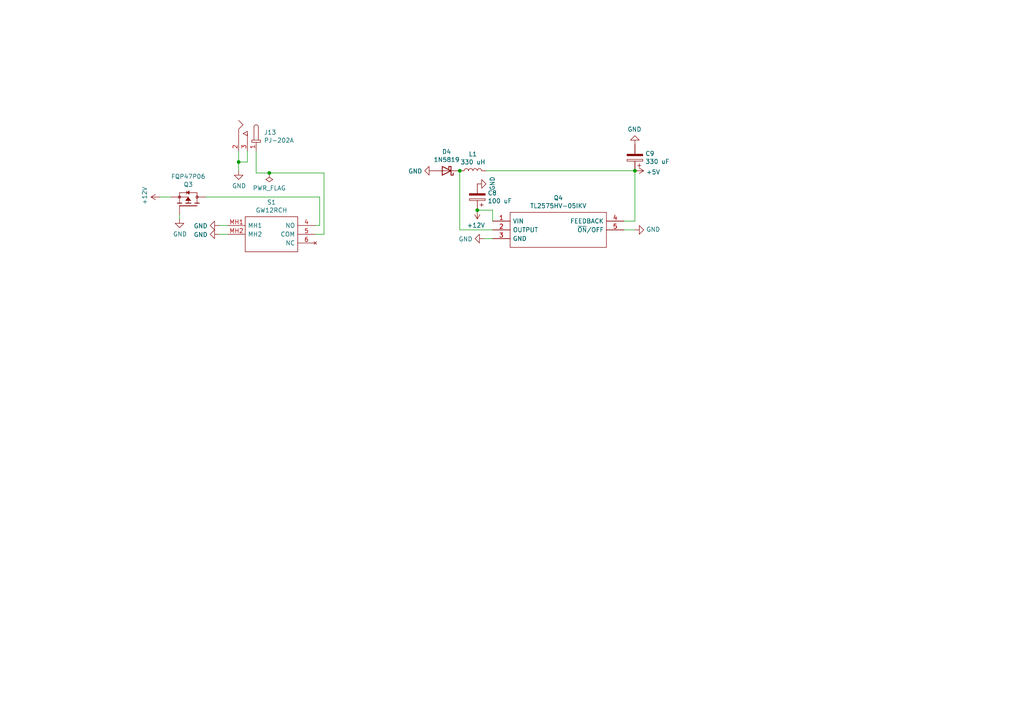
<source format=kicad_sch>
(kicad_sch (version 20211123) (generator eeschema)
  (paper "A4")
  (lib_symbols
    (symbol "Device:CP" (pin_numbers hide) (pin_names (offset 0.254))
      (property "Reference" "C" (at 0.635 2.54 0))
      (property "Value" "Device_CP" (at 0.635 -2.54 0))
      (symbol "CP_0_1"
        (rectangle (start -2.286 0.508) (end 2.286 1.016))
        (polyline (pts (xy -1.778 2.286) (xy -0.762 2.286)))
        (polyline (pts (xy -1.27 2.794) (xy -1.27 1.778)))
        (rectangle (start 2.286 -0.508) (end -2.286 -1.016) (fill (type outline)))
      )
      (symbol "CP_1_1"
        (pin passive line (at 0 3.81 270) (length 2.794) (name "~") (number "1"))
        (pin passive line (at 0 -3.81 90) (length 2.794) (name "~") (number "2"))
      )
    )
    (symbol "Device:L" (pin_numbers hide) (pin_names (offset 1.016) hide)
      (property "Reference" "L" (at -1.27 0 90))
      (property "Value" "L" (at 1.905 0 90))
      (symbol "L_0_1"
        (arc (start 0 -2.54) (mid 0.635 -1.905) (end 0 -1.27))
        (arc (start 0 -1.27) (mid 0.635 -0.635) (end 0 0))
        (arc (start 0 0) (mid 0.635 0.635) (end 0 1.27))
        (arc (start 0 1.27) (mid 0.635 1.905) (end 0 2.54))
      )
      (symbol "L_1_1"
        (pin passive line (at 0 3.81 270) (length 1.27) (name "1") (number "1"))
        (pin passive line (at 0 -3.81 90) (length 1.27) (name "2") (number "2"))
      )
    )
    (symbol "Diode:1N5819" (pin_numbers hide) (pin_names (offset 1.016) hide)
      (property "Reference" "D" (at 0 2.54 0))
      (property "Value" "1N5819" (at 0 -2.54 0))
      (symbol "1N5819_0_1"
        (polyline (pts (xy 1.27 0) (xy -1.27 0)))
        (polyline (pts (xy 1.27 1.27) (xy 1.27 -1.27) (xy -1.27 0) (xy 1.27 1.27)) (stroke (width 0.254)))
        (polyline (pts (xy -1.905 0.635) (xy -1.905 1.27) (xy -1.27 1.27) (xy -1.27 -1.27) (xy -0.635 -1.27) (xy -0.635 -0.635)) (stroke (width 0.254)))
      )
      (symbol "1N5819_1_1"
        (pin passive line (at -3.81 0 0) (length 2.54) (name "K") (number "1"))
        (pin passive line (at 3.81 0 180) (length 2.54) (name "A") (number "2"))
      )
    )
    (symbol "FQP47P06:FQP47P06" (pin_numbers hide) (pin_names (offset 1.016) hide)
      (property "Reference" "Q" (at -8.89 3.81 0))
      (property "Value" "FQP47P06" (at -8.89 -6.35 0))
      (symbol "FQP47P06_0_0"
        (polyline (pts (xy 0 -2.54) (xy 0 2.54)) (stroke (width 0.254)))
        (polyline (pts (xy 0.762 -3.175) (xy 0.762 -2.54)) (stroke (width 0.254)))
        (polyline (pts (xy 0.762 -2.54) (xy 0.762 -1.905)) (stroke (width 0.254)))
        (polyline (pts (xy 0.762 -2.54) (xy 3.81 -2.54)) (stroke (width 0.1524)))
        (polyline (pts (xy 0.762 -0.762) (xy 0.762 0)) (stroke (width 0.254)))
        (polyline (pts (xy 0.762 0) (xy 0.762 0.762)) (stroke (width 0.254)))
        (polyline (pts (xy 0.762 0) (xy 2.54 0)) (stroke (width 0.1524)))
        (polyline (pts (xy 0.762 1.905) (xy 0.762 2.54)) (stroke (width 0.254)))
        (polyline (pts (xy 0.762 2.54) (xy 0.762 3.175)) (stroke (width 0.254)))
        (polyline (pts (xy 2.54 0) (xy 2.54 2.54)) (stroke (width 0.1524)))
        (polyline (pts (xy 2.54 2.54) (xy 0.762 2.54)) (stroke (width 0.1524)))
        (polyline (pts (xy 2.54 2.54) (xy 3.81 2.54)) (stroke (width 0.1524)))
        (polyline (pts (xy 3.302 0.508) (xy 3.81 0.508)) (stroke (width 0.1524)))
        (polyline (pts (xy 3.81 -2.54) (xy 3.81 0.508)) (stroke (width 0.1524)))
        (polyline (pts (xy 3.81 0.508) (xy 3.81 2.54)) (stroke (width 0.1524)))
        (polyline (pts (xy 3.81 0.508) (xy 4.318 0.508)) (stroke (width 0.1524)))
        (polyline (pts (xy 2.54 0) (xy 1.524 0.762) (xy 1.524 -0.762)) (stroke (width 0.1524)) (fill (type outline)))
        (polyline (pts (xy 3.81 0.508) (xy 4.318 -0.254) (xy 3.302 -0.254)) (stroke (width 0.1524)) (fill (type outline)))
        (circle (center 2.54 -2.54) (radius 0.3556))
        (circle (center 2.54 2.54) (radius 0.3556))
        (pin passive line (at -2.54 2.54 0) (length 2.54) (name "~") (number "1"))
        (pin passive line (at 2.54 -5.08 90) (length 2.54) (name "~") (number "2"))
        (pin passive line (at 2.54 5.08 270) (length 2.54) (name "~") (number "3"))
      )
    )
    (symbol "GW12RCH:GW12RCH" (pin_names (offset 0.762))
      (property "Reference" "S" (at 21.59 7.62 0))
      (property "Value" "GW12RCH" (at 21.59 5.08 0))
      (symbol "GW12RCH_0_0"
        (pin passive line (at 25.4 0 180) (length 5.08) (name "NO") (number "4"))
        (pin passive line (at 25.4 -2.54 180) (length 5.08) (name "COM") (number "5"))
        (pin no_connect line (at 25.4 -5.08 180) (length 5.08) (name "NC") (number "6"))
        (pin passive line (at 0 0 0) (length 5.08) (name "MH1") (number "MH1"))
        (pin passive line (at 0 -2.54 0) (length 5.08) (name "MH2") (number "MH2"))
      )
      (symbol "GW12RCH_0_1"
        (polyline (pts (xy 5.08 2.54) (xy 20.32 2.54) (xy 20.32 -7.62) (xy 5.08 -7.62) (xy 5.08 2.54)) (stroke (width 0.1524)))
      )
    )
    (symbol "TL2575HV-05IKV:TL2575HV-05IKV" (pin_names (offset 0.762))
      (property "Reference" "Q" (at 34.29 7.62 0))
      (property "Value" "TL2575HV-05IKV" (at 34.29 5.08 0))
      (symbol "TL2575HV-05IKV_0_0"
        (pin passive line (at 0 0 0) (length 5.08) (name "VIN") (number "1"))
        (pin passive line (at 0 -2.54 0) (length 5.08) (name "OUTPUT") (number "2"))
        (pin passive line (at 0 -5.08 0) (length 5.08) (name "GND") (number "3"))
        (pin passive line (at 38.1 0 180) (length 5.08) (name "FEEDBACK") (number "4"))
        (pin passive line (at 38.1 -2.54 180) (length 5.08) (name "~{ON}/OFF") (number "5"))
      )
      (symbol "TL2575HV-05IKV_0_1"
        (polyline (pts (xy 5.08 2.54) (xy 33.02 2.54) (xy 33.02 -7.62) (xy 5.08 -7.62) (xy 5.08 2.54)) (stroke (width 0.1524)))
      )
    )
    (symbol "dk_Barrel-Power-Connectors:PJ-202A" (pin_names (offset 1.016))
      (property "Reference" "J" (at 0 2.54 0))
      (property "Value" "dk_Barrel-Power-Connectors_PJ-202A" (at 0 -6.35 0))
      (symbol "PJ-202A_1_1"
        (arc (start -4.445 0.635) (mid -5.08 0) (end -4.445 -0.635))
        (rectangle (start -0.635 1.27) (end 0 -1.27))
        (polyline (pts (xy -0.635 -0.635) (xy -4.445 -0.635)))
        (polyline (pts (xy -0.635 0.635) (xy -4.445 0.635)))
        (polyline (pts (xy 0 -2.54) (xy -1.27 -2.54) (xy -2.54 -2.54)))
        (polyline (pts (xy 0 -5.08) (xy -3.81 -5.08) (xy -5.08 -3.81) (xy -6.35 -5.08)))
        (polyline (pts (xy -2.54 -2.54) (xy -3.175 -2.54) (xy -2.54 -3.81) (xy -1.905 -2.54) (xy -2.54 -2.54)))
        (pin passive line (at 2.54 0 180) (length 2.54) (name "~") (number "1"))
        (pin passive line (at 2.54 -5.08 180) (length 2.54) (name "~") (number "2"))
        (pin passive line (at 2.54 -2.54 180) (length 2.54) (name "~") (number "3"))
      )
    )
    (symbol "power:+12V" (power) (pin_names (offset 0))
      (property "Value" "+12V" (at 0 3.556 0))
      (symbol "+12V_0_1"
        (polyline (pts (xy -0.762 1.27) (xy 0 2.54)))
        (polyline (pts (xy 0 0) (xy 0 2.54)))
        (polyline (pts (xy 0 2.54) (xy 0.762 1.27)))
      )
      (symbol "+12V_1_1"
        (pin power_in line (at 0 0 90) (length 0) hide (name "+12V") (number "1"))
      )
    )
    (symbol "power:+5V" (power) (pin_names (offset 0))
      (property "Value" "+5V" (at 0 3.556 0))
      (symbol "+5V_0_1"
        (polyline (pts (xy -0.762 1.27) (xy 0 2.54)))
        (polyline (pts (xy 0 0) (xy 0 2.54)))
        (polyline (pts (xy 0 2.54) (xy 0.762 1.27)))
      )
      (symbol "+5V_1_1"
        (pin power_in line (at 0 0 90) (length 0) hide (name "+5V") (number "1"))
      )
    )
    (symbol "power:GND" (power) (pin_names (offset 0))
      (property "Value" "GND" (at 0 -3.81 0))
      (symbol "GND_0_1"
        (polyline (pts (xy 0 0) (xy 0 -1.27) (xy 1.27 -1.27) (xy 0 -2.54) (xy -1.27 -1.27) (xy 0 -1.27)))
      )
      (symbol "GND_1_1"
        (pin power_in line (at 0 0 270) (length 0) hide (name "GND") (number "1"))
      )
    )
    (symbol "power:PWR_FLAG" (power) (pin_numbers hide) (pin_names (offset 0) hide)
      (property "Value" "PWR_FLAG" (at 0 3.81 0))
      (symbol "PWR_FLAG_0_0"
        (pin power_out line (at 0 0 90) (length 0) (name "pwr") (number "1"))
      )
      (symbol "PWR_FLAG_0_1"
        (polyline (pts (xy 0 0) (xy 0 1.27) (xy -1.016 1.905) (xy 0 2.54) (xy 1.016 1.905) (xy 0 1.27)))
      )
    )
  )
  (junction (at 184.15 49.53))
  (junction (at 138.43 60.96))
  (junction (at 69.215 46.99))
  (junction (at 133.35 49.53))
  (junction (at 78.105 50.165))
  (wire (pts (xy 69.215 43.815) (xy 69.215 46.99)))
  (wire (pts (xy 63.5 65.405) (xy 66.04 65.405)))
  (wire (pts (xy 49.53 57.15) (xy 46.355 57.15)))
  (wire (pts (xy 71.755 46.99) (xy 69.215 46.99)))
  (wire (pts (xy 74.295 43.815) (xy 74.295 50.165)))
  (wire (pts (xy 74.295 50.165) (xy 78.105 50.165)))
  (wire (pts (xy 91.44 65.405) (xy 92.71 65.405)))
  (wire (pts (xy 180.975 66.675) (xy 184.15 66.675)))
  (wire (pts (xy 133.35 66.675) (xy 133.35 49.53)))
  (wire (pts (xy 138.43 60.96) (xy 142.875 60.96)))
  (wire (pts (xy 92.71 65.405) (xy 92.71 57.15)))
  (wire (pts (xy 184.15 64.135) (xy 180.975 64.135)))
  (wire (pts (xy 142.875 60.96) (xy 142.875 64.135)))
  (wire (pts (xy 133.35 66.675) (xy 142.875 66.675)))
  (wire (pts (xy 52.07 62.23) (xy 52.07 63.5)))
  (wire (pts (xy 71.755 43.815) (xy 71.755 46.99)))
  (wire (pts (xy 78.105 50.165) (xy 93.98 50.165)))
  (wire (pts (xy 140.335 69.215) (xy 142.875 69.215)))
  (wire (pts (xy 184.15 49.53) (xy 184.15 64.135)))
  (wire (pts (xy 69.215 46.99) (xy 69.215 49.53)))
  (wire (pts (xy 63.5 67.945) (xy 66.04 67.945)))
  (wire (pts (xy 91.44 67.945) (xy 93.98 67.945)))
  (wire (pts (xy 140.97 49.53) (xy 184.15 49.53)))
  (wire (pts (xy 93.98 67.945) (xy 93.98 50.165)))
  (wire (pts (xy 59.69 57.15) (xy 92.71 57.15)))
  (symbol (lib_id "power:+12V") (at 138.43 60.96 180) (unit 1)
    (property "Reference" "#PWR0160" (effects hide))
    (property "Value" "+12V" (at 138.049 65.3542 0))
  )
  (symbol (lib_id "power:GND") (at 63.5 67.945 270) (unit 1)
    (property "Reference" "#PWR0136" (effects hide))
    (property "Value" "GND" (at 60.2488 68.072 90) (effects (justify right)))
  )
  (symbol (lib_id "power:GND") (at 63.5 65.405 270) (unit 1)
    (property "Reference" "#PWR0140" (effects hide))
    (property "Value" "GND" (at 60.2488 65.532 90) (effects (justify right)))
  )
  (symbol (lib_id "GW12RCH:GW12RCH") (at 66.04 65.405 0) (unit 1)
    (property "Reference" "S1" (at 78.74 58.674 0))
    (property "Value" "GW12RCH" (at 78.74 60.9854 0))
    (property "Footprint" "GW12RCH:GW12RCH" (effects hide))
    (property "Datasheet" "https://www.mouser.com/datasheet/2/295/GW-1663576.pdf" (effects hide))
    (property "Description" "Switch Rocker ON None ON SPDT PC Pins Curved Rocker 0.1A 28VAC 28VDC 0.4VA 50000Cycles" (effects hide))
    (property "Height" "5.4" (effects hide))
    (property "Manufacturer_Name" "NKK Switches" (effects hide))
    (property "Manufacturer_Part_Number" "GW12RCH" (effects hide))
    (property "Mouser Part Number" "633-GW12RCH" (effects hide))
    (property "Mouser Price/Stock" "https://www.mouser.co.uk/ProductDetail/NKK-Switches/GW12RCH?qs=4EnmSMTL3HMGaO7owX5AXQ%3D%3D" (effects hide))
    (property "Arrow Part Number" "GW12RCH" (effects hide))
    (property "Arrow Price/Stock" "https://www.arrow.com/en/products/gw12rch/nkk-switches" (effects hide))
  )
  (symbol (lib_id "power:GND") (at 52.07 63.5 0) (unit 1)
    (property "Reference" "#PWR0141" (effects hide))
    (property "Value" "GND" (at 52.197 67.8942 0))
  )
  (symbol (lib_id "FQP47P06:FQP47P06") (at 54.61 59.69 90) (unit 1)
    (property "Reference" "Q3" (at 54.61 53.5178 90))
    (property "Value" "FQP47P06" (at 54.61 51.2064 90))
    (property "Footprint" "Package_TO_SOT_THT:TO-220-3_Vertical" (effects hide))
    (property "Datasheet" "FQP47P06" (effects hide))
    (property "Field4" "None" (effects hide))
    (property "Field5" "ON Semiconductor" (effects hide))
    (property "Field6" "TO-220 ON Semiconductor" (effects hide))
    (property "Field7" "P-Channel 60V 47A _Tc_ 160W _Tc_ Through Hole TO-220-3" (effects hide))
    (property "Field8" "Unavailable" (effects hide))
  )
  (symbol (lib_id "power:PWR_FLAG") (at 78.105 50.165 180) (unit 1)
    (property "Reference" "#FLG0102" (effects hide))
    (property "Value" "PWR_FLAG" (at 78.105 54.5592 0))
  )
  (symbol (lib_id "power:+12V") (at 46.355 57.15 90) (unit 1)
    (property "Reference" "#PWR0145" (effects hide))
    (property "Value" "+12V" (at 41.9608 56.769 0))
  )
  (symbol (lib_id "power:GND") (at 69.215 49.53 0) (unit 1)
    (property "Reference" "#PWR0146" (effects hide))
    (property "Value" "GND" (at 69.342 53.9242 0))
  )
  (symbol (lib_id "dk_Barrel-Power-Connectors:PJ-202A") (at 74.295 41.275 270) (unit 1)
    (property "Reference" "J13" (at 76.5302 38.4048 90) (effects (justify left)))
    (property "Value" "PJ-202A" (at 76.5302 40.7162 90) (effects (justify left)))
    (property "Footprint" "digikey-footprints:Barrel_Jack_5.5mmODx2.1mmID_PJ-202A" (effects hide))
    (property "Datasheet" "https://www.cui.com/product/resource/digikeypdf/pj-202a.pdf" (effects hide))
    (property "Digi-Key_PN" "CP-202A-ND" (effects hide))
    (property "MPN" "PJ-202A" (effects hide))
    (property "Category" "Connectors, Interconnects" (effects hide))
    (property "Family" "Barrel - Power Connectors" (effects hide))
    (property "DK_Datasheet_Link" "https://www.cui.com/product/resource/digikeypdf/pj-202a.pdf" (effects hide))
    (property "DK_Detail_Page" "/product-detail/en/cui-inc/PJ-202A/CP-202A-ND/252007" (effects hide))
    (property "Description" "CONN PWR JACK 2X5.5MM KINKED PIN" (effects hide))
    (property "Manufacturer" "CUI Inc." (effects hide))
    (property "Status" "Active" (effects hide))
  )
  (symbol (lib_id "TL2575HV-05IKV:TL2575HV-05IKV") (at 142.875 64.135 0) (unit 1)
    (property "Reference" "Q4" (at 161.925 57.404 0))
    (property "Value" "TL2575HV-05IKV" (at 161.925 59.7154 0))
    (property "Footprint" "Package_TO_SOT_THT:TO-220-5_P3.4x3.7mm_StaggerEven_Lead3.8mm_Vertical" (effects hide))
    (property "Datasheet" "http://www.ti.com/lit/gpn/tl2575hv-05" (effects hide))
    (property "Description" "1-A Simple Step-Down Switching Voltage Regulators" (effects hide))
    (property "Height" "4.7" (effects hide))
    (property "Manufacturer_Name" "Texas Instruments" (effects hide))
    (property "Manufacturer_Part_Number" "TL2575HV-05IKV" (effects hide))
    (property "Mouser Part Number" "595-TL2575HV-05IKV" (effects hide))
    (property "Mouser Price/Stock" "https://www.mouser.com/Search/Refine.aspx?Keyword=595-TL2575HV-05IKV" (effects hide))
    (property "Arrow Part Number" "TL2575HV-05IKV" (effects hide))
    (property "Arrow Price/Stock" "https://www.arrow.com/en/products/tl2575hv-05ikv/texas-instruments?region=nac" (effects hide))
  )
  (symbol (lib_id "power:GND") (at 184.15 66.675 90) (unit 1)
    (property "Reference" "#PWR0147" (effects hide))
    (property "Value" "GND" (at 187.4012 66.548 90) (effects (justify right)))
  )
  (symbol (lib_id "power:GND") (at 140.335 69.215 270) (unit 1)
    (property "Reference" "#PWR0148" (effects hide))
    (property "Value" "GND" (at 137.0838 69.342 90) (effects (justify right)))
  )
  (symbol (lib_id "Device:L") (at 137.16 49.53 90) (unit 1)
    (property "Reference" "L1" (at 137.16 44.704 90))
    (property "Value" "330 uH" (at 137.16 47.0154 90))
    (property "Footprint" "Inductor_SMD:L_Bourns_SRR1210A" (effects hide))
    (property "Field4" "SRR1210-331MCT-ND" (effects hide))
  )
  (symbol (lib_id "Diode:1N5819") (at 129.54 49.53 180) (unit 1)
    (property "Reference" "D4" (at 129.54 44.0182 0))
    (property "Value" "1N5819" (at 129.54 46.3296 0))
    (property "Footprint" "Diode_THT:D_DO-41_SOD81_P10.16mm_Horizontal" (effects hide))
    (property "Datasheet" "http://www.vishay.com/docs/88525/1n5817.pdf" (effects hide))
  )
  (symbol (lib_id "power:GND") (at 125.73 49.53 270) (unit 1)
    (property "Reference" "#PWR0149" (effects hide))
    (property "Value" "GND" (at 122.4788 49.657 90) (effects (justify right)))
  )
  (symbol (lib_id "power:GND") (at 138.43 53.34 90) (unit 1)
    (property "Reference" "#PWR0157" (effects hide))
    (property "Value" "GND" (at 142.8242 53.213 0))
  )
  (symbol (lib_id "power:GND") (at 184.15 41.91 180) (unit 1)
    (property "Reference" "#PWR0158" (effects hide))
    (property "Value" "GND" (at 184.023 37.5158 0))
  )
  (symbol (lib_id "power:+5V") (at 184.15 49.53 270) (unit 1)
    (property "Reference" "#PWR0159" (effects hide))
    (property "Value" "+5V" (at 187.4012 49.911 90) (effects (justify left)))
  )
  (symbol (lib_id "Device:CP") (at 138.43 57.15 180) (unit 1)
    (property "Reference" "C8" (at 141.4272 55.9816 0) (effects (justify right)))
    (property "Value" "100 uF" (at 141.4272 58.293 0) (effects (justify right)))
    (property "Footprint" "Capacitor_THT:CP_Radial_D5.0mm_P2.50mm" (effects hide))
  )
  (symbol (lib_id "Device:CP") (at 184.15 45.72 180) (unit 1)
    (property "Reference" "C9" (at 187.1472 44.5516 0) (effects (justify right)))
    (property "Value" "330 uF" (at 187.1472 46.863 0) (effects (justify right)))
    (property "Footprint" "Capacitor_THT:CP_Radial_D5.0mm_P2.50mm" (effects hide))
  )
)
</source>
